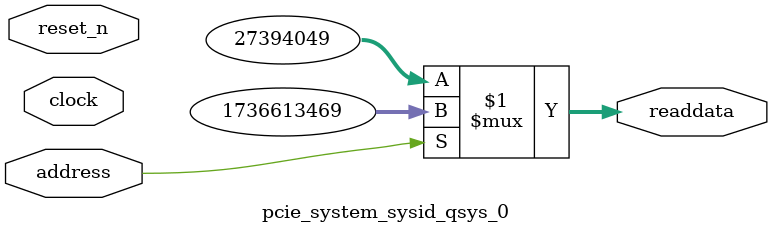
<source format=v>



// synthesis translate_off
`timescale 1ns / 1ps
// synthesis translate_on

// turn off superfluous verilog processor warnings 
// altera message_level Level1 
// altera message_off 10034 10035 10036 10037 10230 10240 10030 

module pcie_system_sysid_qsys_0 (
               // inputs:
                address,
                clock,
                reset_n,

               // outputs:
                readdata
             )
;

  output  [ 31: 0] readdata;
  input            address;
  input            clock;
  input            reset_n;

  wire    [ 31: 0] readdata;
  //control_slave, which is an e_avalon_slave
  assign readdata = address ? 1736613469 : 27394049;

endmodule



</source>
